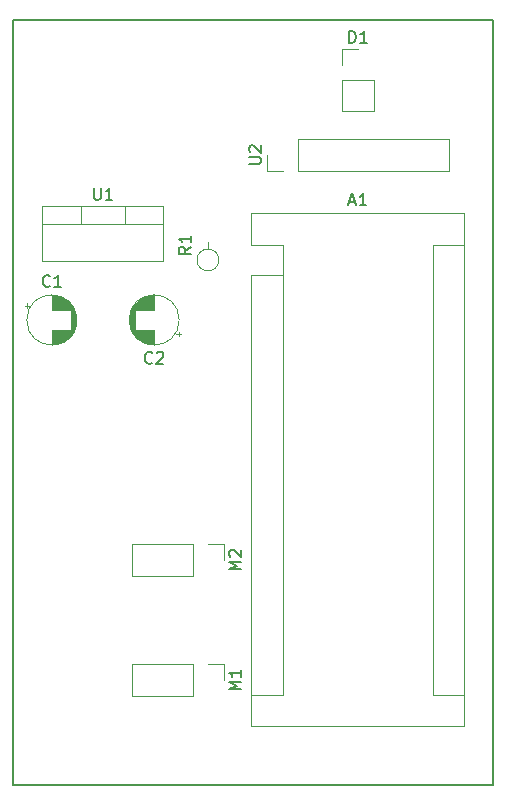
<source format=gbr>
%TF.GenerationSoftware,KiCad,Pcbnew,5.1.9*%
%TF.CreationDate,2021-05-04T18:35:03+02:00*%
%TF.ProjectId,mmms_sorter_schema,6d6d6d73-5f73-46f7-9274-65725f736368,rev?*%
%TF.SameCoordinates,Original*%
%TF.FileFunction,Legend,Top*%
%TF.FilePolarity,Positive*%
%FSLAX46Y46*%
G04 Gerber Fmt 4.6, Leading zero omitted, Abs format (unit mm)*
G04 Created by KiCad (PCBNEW 5.1.9) date 2021-05-04 18:35:03*
%MOMM*%
%LPD*%
G01*
G04 APERTURE LIST*
%ADD10C,0.150000*%
%ADD11C,0.120000*%
G04 APERTURE END LIST*
D10*
X113030000Y-67310000D02*
X113030000Y-82550000D01*
X153670000Y-67310000D02*
X113030000Y-67310000D01*
X153670000Y-132080000D02*
X153670000Y-67310000D01*
X113030000Y-132080000D02*
X153670000Y-132080000D01*
X113030000Y-82550000D02*
X113030000Y-132080000D01*
D11*
%TO.C,U2*%
X134560000Y-80070000D02*
X134560000Y-78740000D01*
X135890000Y-80070000D02*
X134560000Y-80070000D01*
X137160000Y-80070000D02*
X137160000Y-77410000D01*
X137160000Y-77410000D02*
X149920000Y-77410000D01*
X137160000Y-80070000D02*
X149920000Y-80070000D01*
X149920000Y-80070000D02*
X149920000Y-77410000D01*
%TO.C,U1*%
X122501000Y-83090000D02*
X122501000Y-84600000D01*
X118800000Y-83090000D02*
X118800000Y-84600000D01*
X115530000Y-84600000D02*
X125770000Y-84600000D01*
X125770000Y-83090000D02*
X125770000Y-87731000D01*
X115530000Y-83090000D02*
X115530000Y-87731000D01*
X115530000Y-87731000D02*
X125770000Y-87731000D01*
X115530000Y-83090000D02*
X125770000Y-83090000D01*
%TO.C,R1*%
X129540000Y-86710000D02*
X129540000Y-86090000D01*
X130460000Y-87630000D02*
G75*
G03*
X130460000Y-87630000I-920000J0D01*
G01*
%TO.C,M2*%
X130870000Y-111700000D02*
X130870000Y-113030000D01*
X129540000Y-111700000D02*
X130870000Y-111700000D01*
X128270000Y-111700000D02*
X128270000Y-114360000D01*
X128270000Y-114360000D02*
X123130000Y-114360000D01*
X128270000Y-111700000D02*
X123130000Y-111700000D01*
X123130000Y-111700000D02*
X123130000Y-114360000D01*
%TO.C,M1*%
X130870000Y-121860000D02*
X130870000Y-123190000D01*
X129540000Y-121860000D02*
X130870000Y-121860000D01*
X128270000Y-121860000D02*
X128270000Y-124520000D01*
X128270000Y-124520000D02*
X123130000Y-124520000D01*
X128270000Y-121860000D02*
X123130000Y-121860000D01*
X123130000Y-121860000D02*
X123130000Y-124520000D01*
%TO.C,D1*%
X140910000Y-69790000D02*
X142240000Y-69790000D01*
X140910000Y-71120000D02*
X140910000Y-69790000D01*
X140910000Y-72390000D02*
X143570000Y-72390000D01*
X143570000Y-72390000D02*
X143570000Y-74990000D01*
X140910000Y-72390000D02*
X140910000Y-74990000D01*
X140910000Y-74990000D02*
X143570000Y-74990000D01*
%TO.C,C2*%
X127049801Y-94105000D02*
X127049801Y-93705000D01*
X127249801Y-93905000D02*
X126849801Y-93905000D01*
X122899000Y-93080000D02*
X122899000Y-92340000D01*
X122939000Y-93247000D02*
X122939000Y-92173000D01*
X122979000Y-93374000D02*
X122979000Y-92046000D01*
X123019000Y-93478000D02*
X123019000Y-91942000D01*
X123059000Y-93569000D02*
X123059000Y-91851000D01*
X123099000Y-93650000D02*
X123099000Y-91770000D01*
X123139000Y-93723000D02*
X123139000Y-91697000D01*
X123179000Y-93790000D02*
X123179000Y-91630000D01*
X123219000Y-93852000D02*
X123219000Y-91568000D01*
X123259000Y-93910000D02*
X123259000Y-91510000D01*
X123299000Y-93964000D02*
X123299000Y-91456000D01*
X123339000Y-94014000D02*
X123339000Y-91406000D01*
X123379000Y-94061000D02*
X123379000Y-91359000D01*
X123419000Y-91870000D02*
X123419000Y-91314000D01*
X123419000Y-94106000D02*
X123419000Y-93550000D01*
X123459000Y-91870000D02*
X123459000Y-91272000D01*
X123459000Y-94148000D02*
X123459000Y-93550000D01*
X123499000Y-91870000D02*
X123499000Y-91232000D01*
X123499000Y-94188000D02*
X123499000Y-93550000D01*
X123539000Y-91870000D02*
X123539000Y-91194000D01*
X123539000Y-94226000D02*
X123539000Y-93550000D01*
X123579000Y-91870000D02*
X123579000Y-91158000D01*
X123579000Y-94262000D02*
X123579000Y-93550000D01*
X123619000Y-91870000D02*
X123619000Y-91123000D01*
X123619000Y-94297000D02*
X123619000Y-93550000D01*
X123659000Y-91870000D02*
X123659000Y-91091000D01*
X123659000Y-94329000D02*
X123659000Y-93550000D01*
X123699000Y-91870000D02*
X123699000Y-91060000D01*
X123699000Y-94360000D02*
X123699000Y-93550000D01*
X123739000Y-91870000D02*
X123739000Y-91030000D01*
X123739000Y-94390000D02*
X123739000Y-93550000D01*
X123779000Y-91870000D02*
X123779000Y-91002000D01*
X123779000Y-94418000D02*
X123779000Y-93550000D01*
X123819000Y-91870000D02*
X123819000Y-90975000D01*
X123819000Y-94445000D02*
X123819000Y-93550000D01*
X123859000Y-91870000D02*
X123859000Y-90950000D01*
X123859000Y-94470000D02*
X123859000Y-93550000D01*
X123899000Y-91870000D02*
X123899000Y-90925000D01*
X123899000Y-94495000D02*
X123899000Y-93550000D01*
X123939000Y-91870000D02*
X123939000Y-90902000D01*
X123939000Y-94518000D02*
X123939000Y-93550000D01*
X123979000Y-91870000D02*
X123979000Y-90880000D01*
X123979000Y-94540000D02*
X123979000Y-93550000D01*
X124019000Y-91870000D02*
X124019000Y-90859000D01*
X124019000Y-94561000D02*
X124019000Y-93550000D01*
X124059000Y-91870000D02*
X124059000Y-90840000D01*
X124059000Y-94580000D02*
X124059000Y-93550000D01*
X124099000Y-91870000D02*
X124099000Y-90821000D01*
X124099000Y-94599000D02*
X124099000Y-93550000D01*
X124139000Y-91870000D02*
X124139000Y-90803000D01*
X124139000Y-94617000D02*
X124139000Y-93550000D01*
X124179000Y-91870000D02*
X124179000Y-90786000D01*
X124179000Y-94634000D02*
X124179000Y-93550000D01*
X124219000Y-91870000D02*
X124219000Y-90770000D01*
X124219000Y-94650000D02*
X124219000Y-93550000D01*
X124259000Y-91870000D02*
X124259000Y-90756000D01*
X124259000Y-94664000D02*
X124259000Y-93550000D01*
X124300000Y-91870000D02*
X124300000Y-90742000D01*
X124300000Y-94678000D02*
X124300000Y-93550000D01*
X124340000Y-91870000D02*
X124340000Y-90728000D01*
X124340000Y-94692000D02*
X124340000Y-93550000D01*
X124380000Y-91870000D02*
X124380000Y-90716000D01*
X124380000Y-94704000D02*
X124380000Y-93550000D01*
X124420000Y-91870000D02*
X124420000Y-90705000D01*
X124420000Y-94715000D02*
X124420000Y-93550000D01*
X124460000Y-91870000D02*
X124460000Y-90694000D01*
X124460000Y-94726000D02*
X124460000Y-93550000D01*
X124500000Y-91870000D02*
X124500000Y-90685000D01*
X124500000Y-94735000D02*
X124500000Y-93550000D01*
X124540000Y-91870000D02*
X124540000Y-90676000D01*
X124540000Y-94744000D02*
X124540000Y-93550000D01*
X124580000Y-91870000D02*
X124580000Y-90668000D01*
X124580000Y-94752000D02*
X124580000Y-93550000D01*
X124620000Y-91870000D02*
X124620000Y-90660000D01*
X124620000Y-94760000D02*
X124620000Y-93550000D01*
X124660000Y-91870000D02*
X124660000Y-90654000D01*
X124660000Y-94766000D02*
X124660000Y-93550000D01*
X124700000Y-91870000D02*
X124700000Y-90648000D01*
X124700000Y-94772000D02*
X124700000Y-93550000D01*
X124740000Y-91870000D02*
X124740000Y-90643000D01*
X124740000Y-94777000D02*
X124740000Y-93550000D01*
X124780000Y-91870000D02*
X124780000Y-90639000D01*
X124780000Y-94781000D02*
X124780000Y-93550000D01*
X124820000Y-91870000D02*
X124820000Y-90636000D01*
X124820000Y-94784000D02*
X124820000Y-93550000D01*
X124860000Y-91870000D02*
X124860000Y-90633000D01*
X124860000Y-94787000D02*
X124860000Y-93550000D01*
X124900000Y-94789000D02*
X124900000Y-93550000D01*
X124900000Y-91870000D02*
X124900000Y-90631000D01*
X124940000Y-94790000D02*
X124940000Y-93550000D01*
X124940000Y-91870000D02*
X124940000Y-90630000D01*
X124980000Y-94790000D02*
X124980000Y-93550000D01*
X124980000Y-91870000D02*
X124980000Y-90630000D01*
X127100000Y-92710000D02*
G75*
G03*
X127100000Y-92710000I-2120000J0D01*
G01*
%TO.C,C1*%
X114250199Y-91315000D02*
X114250199Y-91715000D01*
X114050199Y-91515000D02*
X114450199Y-91515000D01*
X118401000Y-92340000D02*
X118401000Y-93080000D01*
X118361000Y-92173000D02*
X118361000Y-93247000D01*
X118321000Y-92046000D02*
X118321000Y-93374000D01*
X118281000Y-91942000D02*
X118281000Y-93478000D01*
X118241000Y-91851000D02*
X118241000Y-93569000D01*
X118201000Y-91770000D02*
X118201000Y-93650000D01*
X118161000Y-91697000D02*
X118161000Y-93723000D01*
X118121000Y-91630000D02*
X118121000Y-93790000D01*
X118081000Y-91568000D02*
X118081000Y-93852000D01*
X118041000Y-91510000D02*
X118041000Y-93910000D01*
X118001000Y-91456000D02*
X118001000Y-93964000D01*
X117961000Y-91406000D02*
X117961000Y-94014000D01*
X117921000Y-91359000D02*
X117921000Y-94061000D01*
X117881000Y-93550000D02*
X117881000Y-94106000D01*
X117881000Y-91314000D02*
X117881000Y-91870000D01*
X117841000Y-93550000D02*
X117841000Y-94148000D01*
X117841000Y-91272000D02*
X117841000Y-91870000D01*
X117801000Y-93550000D02*
X117801000Y-94188000D01*
X117801000Y-91232000D02*
X117801000Y-91870000D01*
X117761000Y-93550000D02*
X117761000Y-94226000D01*
X117761000Y-91194000D02*
X117761000Y-91870000D01*
X117721000Y-93550000D02*
X117721000Y-94262000D01*
X117721000Y-91158000D02*
X117721000Y-91870000D01*
X117681000Y-93550000D02*
X117681000Y-94297000D01*
X117681000Y-91123000D02*
X117681000Y-91870000D01*
X117641000Y-93550000D02*
X117641000Y-94329000D01*
X117641000Y-91091000D02*
X117641000Y-91870000D01*
X117601000Y-93550000D02*
X117601000Y-94360000D01*
X117601000Y-91060000D02*
X117601000Y-91870000D01*
X117561000Y-93550000D02*
X117561000Y-94390000D01*
X117561000Y-91030000D02*
X117561000Y-91870000D01*
X117521000Y-93550000D02*
X117521000Y-94418000D01*
X117521000Y-91002000D02*
X117521000Y-91870000D01*
X117481000Y-93550000D02*
X117481000Y-94445000D01*
X117481000Y-90975000D02*
X117481000Y-91870000D01*
X117441000Y-93550000D02*
X117441000Y-94470000D01*
X117441000Y-90950000D02*
X117441000Y-91870000D01*
X117401000Y-93550000D02*
X117401000Y-94495000D01*
X117401000Y-90925000D02*
X117401000Y-91870000D01*
X117361000Y-93550000D02*
X117361000Y-94518000D01*
X117361000Y-90902000D02*
X117361000Y-91870000D01*
X117321000Y-93550000D02*
X117321000Y-94540000D01*
X117321000Y-90880000D02*
X117321000Y-91870000D01*
X117281000Y-93550000D02*
X117281000Y-94561000D01*
X117281000Y-90859000D02*
X117281000Y-91870000D01*
X117241000Y-93550000D02*
X117241000Y-94580000D01*
X117241000Y-90840000D02*
X117241000Y-91870000D01*
X117201000Y-93550000D02*
X117201000Y-94599000D01*
X117201000Y-90821000D02*
X117201000Y-91870000D01*
X117161000Y-93550000D02*
X117161000Y-94617000D01*
X117161000Y-90803000D02*
X117161000Y-91870000D01*
X117121000Y-93550000D02*
X117121000Y-94634000D01*
X117121000Y-90786000D02*
X117121000Y-91870000D01*
X117081000Y-93550000D02*
X117081000Y-94650000D01*
X117081000Y-90770000D02*
X117081000Y-91870000D01*
X117041000Y-93550000D02*
X117041000Y-94664000D01*
X117041000Y-90756000D02*
X117041000Y-91870000D01*
X117000000Y-93550000D02*
X117000000Y-94678000D01*
X117000000Y-90742000D02*
X117000000Y-91870000D01*
X116960000Y-93550000D02*
X116960000Y-94692000D01*
X116960000Y-90728000D02*
X116960000Y-91870000D01*
X116920000Y-93550000D02*
X116920000Y-94704000D01*
X116920000Y-90716000D02*
X116920000Y-91870000D01*
X116880000Y-93550000D02*
X116880000Y-94715000D01*
X116880000Y-90705000D02*
X116880000Y-91870000D01*
X116840000Y-93550000D02*
X116840000Y-94726000D01*
X116840000Y-90694000D02*
X116840000Y-91870000D01*
X116800000Y-93550000D02*
X116800000Y-94735000D01*
X116800000Y-90685000D02*
X116800000Y-91870000D01*
X116760000Y-93550000D02*
X116760000Y-94744000D01*
X116760000Y-90676000D02*
X116760000Y-91870000D01*
X116720000Y-93550000D02*
X116720000Y-94752000D01*
X116720000Y-90668000D02*
X116720000Y-91870000D01*
X116680000Y-93550000D02*
X116680000Y-94760000D01*
X116680000Y-90660000D02*
X116680000Y-91870000D01*
X116640000Y-93550000D02*
X116640000Y-94766000D01*
X116640000Y-90654000D02*
X116640000Y-91870000D01*
X116600000Y-93550000D02*
X116600000Y-94772000D01*
X116600000Y-90648000D02*
X116600000Y-91870000D01*
X116560000Y-93550000D02*
X116560000Y-94777000D01*
X116560000Y-90643000D02*
X116560000Y-91870000D01*
X116520000Y-93550000D02*
X116520000Y-94781000D01*
X116520000Y-90639000D02*
X116520000Y-91870000D01*
X116480000Y-93550000D02*
X116480000Y-94784000D01*
X116480000Y-90636000D02*
X116480000Y-91870000D01*
X116440000Y-93550000D02*
X116440000Y-94787000D01*
X116440000Y-90633000D02*
X116440000Y-91870000D01*
X116400000Y-90631000D02*
X116400000Y-91870000D01*
X116400000Y-93550000D02*
X116400000Y-94789000D01*
X116360000Y-90630000D02*
X116360000Y-91870000D01*
X116360000Y-93550000D02*
X116360000Y-94790000D01*
X116320000Y-90630000D02*
X116320000Y-91870000D01*
X116320000Y-93550000D02*
X116320000Y-94790000D01*
X118440000Y-92710000D02*
G75*
G03*
X118440000Y-92710000I-2120000J0D01*
G01*
%TO.C,A1*%
X151260000Y-83690000D02*
X133220000Y-83690000D01*
X151260000Y-127130000D02*
X151260000Y-83690000D01*
X133220000Y-127130000D02*
X151260000Y-127130000D01*
X135890000Y-124460000D02*
X133220000Y-124460000D01*
X135890000Y-88900000D02*
X135890000Y-124460000D01*
X135890000Y-88900000D02*
X133220000Y-88900000D01*
X148590000Y-124460000D02*
X151260000Y-124460000D01*
X148590000Y-86360000D02*
X148590000Y-124460000D01*
X148590000Y-86360000D02*
X151260000Y-86360000D01*
X133220000Y-83690000D02*
X133220000Y-86360000D01*
X133220000Y-88900000D02*
X133220000Y-127130000D01*
X135890000Y-86360000D02*
X133220000Y-86360000D01*
X135890000Y-88900000D02*
X135890000Y-86360000D01*
%TO.C,U2*%
D10*
X133012380Y-79501904D02*
X133821904Y-79501904D01*
X133917142Y-79454285D01*
X133964761Y-79406666D01*
X134012380Y-79311428D01*
X134012380Y-79120952D01*
X133964761Y-79025714D01*
X133917142Y-78978095D01*
X133821904Y-78930476D01*
X133012380Y-78930476D01*
X133107619Y-78501904D02*
X133060000Y-78454285D01*
X133012380Y-78359047D01*
X133012380Y-78120952D01*
X133060000Y-78025714D01*
X133107619Y-77978095D01*
X133202857Y-77930476D01*
X133298095Y-77930476D01*
X133440952Y-77978095D01*
X134012380Y-78549523D01*
X134012380Y-77930476D01*
%TO.C,U1*%
X119888095Y-81542380D02*
X119888095Y-82351904D01*
X119935714Y-82447142D01*
X119983333Y-82494761D01*
X120078571Y-82542380D01*
X120269047Y-82542380D01*
X120364285Y-82494761D01*
X120411904Y-82447142D01*
X120459523Y-82351904D01*
X120459523Y-81542380D01*
X121459523Y-82542380D02*
X120888095Y-82542380D01*
X121173809Y-82542380D02*
X121173809Y-81542380D01*
X121078571Y-81685238D01*
X120983333Y-81780476D01*
X120888095Y-81828095D01*
%TO.C,R1*%
X128072380Y-86526666D02*
X127596190Y-86860000D01*
X128072380Y-87098095D02*
X127072380Y-87098095D01*
X127072380Y-86717142D01*
X127120000Y-86621904D01*
X127167619Y-86574285D01*
X127262857Y-86526666D01*
X127405714Y-86526666D01*
X127500952Y-86574285D01*
X127548571Y-86621904D01*
X127596190Y-86717142D01*
X127596190Y-87098095D01*
X128072380Y-85574285D02*
X128072380Y-86145714D01*
X128072380Y-85860000D02*
X127072380Y-85860000D01*
X127215238Y-85955238D01*
X127310476Y-86050476D01*
X127358095Y-86145714D01*
%TO.C,M2*%
X132322380Y-113839523D02*
X131322380Y-113839523D01*
X132036666Y-113506190D01*
X131322380Y-113172857D01*
X132322380Y-113172857D01*
X131417619Y-112744285D02*
X131370000Y-112696666D01*
X131322380Y-112601428D01*
X131322380Y-112363333D01*
X131370000Y-112268095D01*
X131417619Y-112220476D01*
X131512857Y-112172857D01*
X131608095Y-112172857D01*
X131750952Y-112220476D01*
X132322380Y-112791904D01*
X132322380Y-112172857D01*
%TO.C,M1*%
X132322380Y-123999523D02*
X131322380Y-123999523D01*
X132036666Y-123666190D01*
X131322380Y-123332857D01*
X132322380Y-123332857D01*
X132322380Y-122332857D02*
X132322380Y-122904285D01*
X132322380Y-122618571D02*
X131322380Y-122618571D01*
X131465238Y-122713809D01*
X131560476Y-122809047D01*
X131608095Y-122904285D01*
%TO.C,D1*%
X141501904Y-69242380D02*
X141501904Y-68242380D01*
X141740000Y-68242380D01*
X141882857Y-68290000D01*
X141978095Y-68385238D01*
X142025714Y-68480476D01*
X142073333Y-68670952D01*
X142073333Y-68813809D01*
X142025714Y-69004285D01*
X141978095Y-69099523D01*
X141882857Y-69194761D01*
X141740000Y-69242380D01*
X141501904Y-69242380D01*
X143025714Y-69242380D02*
X142454285Y-69242380D01*
X142740000Y-69242380D02*
X142740000Y-68242380D01*
X142644761Y-68385238D01*
X142549523Y-68480476D01*
X142454285Y-68528095D01*
%TO.C,C2*%
X124813333Y-96317142D02*
X124765714Y-96364761D01*
X124622857Y-96412380D01*
X124527619Y-96412380D01*
X124384761Y-96364761D01*
X124289523Y-96269523D01*
X124241904Y-96174285D01*
X124194285Y-95983809D01*
X124194285Y-95840952D01*
X124241904Y-95650476D01*
X124289523Y-95555238D01*
X124384761Y-95460000D01*
X124527619Y-95412380D01*
X124622857Y-95412380D01*
X124765714Y-95460000D01*
X124813333Y-95507619D01*
X125194285Y-95507619D02*
X125241904Y-95460000D01*
X125337142Y-95412380D01*
X125575238Y-95412380D01*
X125670476Y-95460000D01*
X125718095Y-95507619D01*
X125765714Y-95602857D01*
X125765714Y-95698095D01*
X125718095Y-95840952D01*
X125146666Y-96412380D01*
X125765714Y-96412380D01*
%TO.C,C1*%
X116153333Y-89817142D02*
X116105714Y-89864761D01*
X115962857Y-89912380D01*
X115867619Y-89912380D01*
X115724761Y-89864761D01*
X115629523Y-89769523D01*
X115581904Y-89674285D01*
X115534285Y-89483809D01*
X115534285Y-89340952D01*
X115581904Y-89150476D01*
X115629523Y-89055238D01*
X115724761Y-88960000D01*
X115867619Y-88912380D01*
X115962857Y-88912380D01*
X116105714Y-88960000D01*
X116153333Y-89007619D01*
X117105714Y-89912380D02*
X116534285Y-89912380D01*
X116820000Y-89912380D02*
X116820000Y-88912380D01*
X116724761Y-89055238D01*
X116629523Y-89150476D01*
X116534285Y-89198095D01*
%TO.C,A1*%
X141525714Y-82716666D02*
X142001904Y-82716666D01*
X141430476Y-83002380D02*
X141763809Y-82002380D01*
X142097142Y-83002380D01*
X142954285Y-83002380D02*
X142382857Y-83002380D01*
X142668571Y-83002380D02*
X142668571Y-82002380D01*
X142573333Y-82145238D01*
X142478095Y-82240476D01*
X142382857Y-82288095D01*
%TD*%
M02*

</source>
